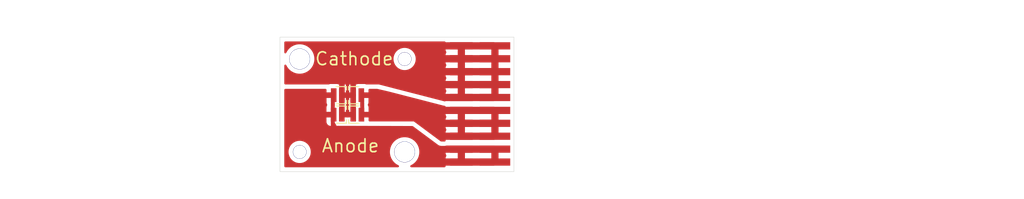
<source format=kicad_pcb>
(kicad_pcb (version 20241229) (generator "pcbnew") (generator_version "9.0")
  (layers (0 "F.Cu" signal) (2 "B.Cu" signal) (13 "F.Paste" user) (15 "B.Paste" user) (5 "F.SilkS" user "F.Silkscreen") (7 "B.SilkS" user "B.Silkscreen") (1 "F.Mask" user) (3 "B.Mask" user) (25 "Edge.Cuts" user))
  (net 0 "")
  (net 1 "Net-(D1-K)")
  (net 2 "Net-(D3-A)")
  (net 3 "Net-(D1-A)")
  (footprint "LaughingsSynthFootprints:0dot060_inch_mechanical_hole" (layer "F.Cu") (at 126.2888 104.267)
    (property "Reference" "H4" (hide yes))
    (property "Value" "MountingHole")
    (pad "" np_thru_hole circle (at 0 0) (size 1.5748 1.5748) (drill 1.524) (layers "*.Cu" "*.Mask"))
  )
  (footprint "LED_SMD:LED_Cree-XQ" (layer "F.Cu") (at 130.7186 97.6757 180)
    (property "Reference" "D3" (hide yes))
    (property "Value" "LED")
    (fp_line (start 0.2 1) (end -1 1) (stroke (width 0.12)) (layer "F.SilkS"))
    (fp_line (start 0.2 -1) (end -1 -1) (stroke (width 0.12)) (layer "F.SilkS"))
    (fp_line (start -1 1) (end -1 0.6) (stroke (width 0.12)) (layer "F.SilkS"))
    (fp_line (start -1 -1) (end -1 -0.6) (stroke (width 0.12)) (layer "F.SilkS"))
    (pad "1" smd rect (at -0.475 0 180) (size 0.65 1.6) (layers "F.Cu" "F.Mask" "F.Paste") (net 1 "Net-(D1-K)"))
    (pad "2" smd rect (at 0.475 0 180) (size 0.65 1.6) (layers "F.Cu" "F.Mask" "F.Paste") (net 2 "Net-(D3-A)"))
  )
  (footprint "LaughingsSynthFootprints:0dot093_inch_mechanical_hole" (layer "F.Cu") (at 126.2888 93.472)
    (property "Reference" "H1" (hide yes))
    (property "Value" "MountingHole" (hide yes))
    (pad "" np_thru_hole circle (at 0 0) (size 2.413 2.413) (drill 2.3622) (layers "*.Cu" "*.Mask"))
  )
  (footprint "LED_SMD:LED_Cree-XQ" (layer "F.Cu") (at 132.9868 99.9363)
    (property "Reference" "D1" (hide yes))
    (property "Value" "LED")
    (fp_line (start -1 -1) (end -1 -0.6) (stroke (width 0.12)) (layer "F.SilkS"))
    (fp_line (start -1 1) (end -1 0.6) (stroke (width 0.12)) (layer "F.SilkS"))
    (fp_line (start 0.2 -1) (end -1 -1) (stroke (width 0.12)) (layer "F.SilkS"))
    (fp_line (start 0.2 1) (end -1 1) (stroke (width 0.12)) (layer "F.SilkS"))
    (pad "1" smd rect (at -0.475 0) (size 0.65 1.6) (layers "F.Cu" "F.Mask" "F.Paste") (net 1 "Net-(D1-K)"))
    (pad "2" smd rect (at 0.475 0) (size 0.65 1.6) (layers "F.Cu" "F.Mask" "F.Paste") (net 3 "Net-(D1-A)"))
  )
  (footprint "LaughingsSynthFootprints:0dot060_inch_mechanical_hole" (layer "F.Cu") (at 138.4808 93.472)
    (property "Reference" "H3" (hide yes))
    (property "Value" "MountingHole")
    (pad "" np_thru_hole circle (at 0 0) (size 1.5748 1.5748) (drill 1.524) (layers "*.Cu" "*.Mask"))
  )
  (footprint "LaughingsSynthFootprints:0dot093_inch_mechanical_hole" (layer "F.Cu") (at 138.4808 104.267)
    (property "Reference" "H2" (hide yes))
    (property "Value" "MountingHole")
    (pad "" np_thru_hole circle (at 0 0) (size 2.413 2.413) (drill 2.3622) (layers "*.Cu" "*.Mask"))
  )
  (footprint "LED_SMD:LED_Cree-XQ" (layer "F.Cu") (at 130.711 99.9363 180)
    (property "Reference" "D4" (hide yes))
    (property "Value" "LED")
    (fp_line (start 0.2 1) (end -1 1) (stroke (width 0.12)) (layer "F.SilkS"))
    (fp_line (start 0.2 -1) (end -1 -1) (stroke (width 0.12)) (layer "F.SilkS"))
    (fp_line (start -1 1) (end -1 0.6) (stroke (width 0.12)) (layer "F.SilkS"))
    (fp_line (start -1 -1) (end -1 -0.6) (stroke (width 0.12)) (layer "F.SilkS"))
    (pad "1" smd rect (at -0.475 0 180) (size 0.65 1.6) (layers "F.Cu" "F.Mask" "F.Paste") (net 1 "Net-(D1-K)"))
    (pad "2" smd rect (at 0.475 0 180) (size 0.65 1.6) (layers "F.Cu" "F.Mask" "F.Paste") (net 2 "Net-(D3-A)"))
  )
  (footprint "LaughingsSynthFootprints:CONN_874380231-SD_10_MOL" (layer "F.Cu") (at 149.116199 98.693801 90)
    (property "Reference" "J1" (hide yes))
    (property "Value" "874381043")
    (pad "1_1" smd rect (at -6.749999 -4.045199 90) (size 0.8382 2.6416) (layers "F.Cu" "F.Mask" "F.Paste") (net 2 "Net-(D3-A)"))
    (pad "1_2" smd rect (at -6.749999 -0.145199 90) (size 0.8382 3.556) (layers "F.Cu" "F.Mask" "F.Paste") (net 2 "Net-(D3-A)"))
    (pad "2_1" smd rect (at -5.25 -4.045199 90) (size 0.8382 2.6416) (layers "F.Cu" "F.Mask" "F.Paste") (net 2 "Net-(D3-A)"))
    (pad "2_2" smd rect (at -5.25 -0.145199 90) (size 0.8382 3.556) (layers "F.Cu" "F.Mask" "F.Paste") (net 2 "Net-(D3-A)"))
    (pad "3_1" smd rect (at -3.75 -4.045199 90) (size 0.8382 2.6416) (layers "F.Cu" "F.Mask" "F.Paste") (net 3 "Net-(D1-A)"))
    (pad "3_2" smd rect (at -3.75 -0.145199 90) (size 0.8382 3.556) (layers "F.Cu" "F.Mask" "F.Paste") (net 3 "Net-(D1-A)"))
    (pad "4_1" smd rect (at -2.250001 -4.045199 90) (size 0.8382 2.6416) (layers "F.Cu" "F.Mask" "F.Paste") (net 3 "Net-(D1-A)"))
    (pad "4_2" smd rect (at -2.250001 -0.145199 90) (size 0.8382 3.556) (layers "F.Cu" "F.Mask" "F.Paste") (net 3 "Net-(D1-A)"))
    (pad "5_1" smd rect (at -0.750001 -4.045199 90) (size 0.8382 2.6416) (layers "F.Cu" "F.Mask" "F.Paste") (net 3 "Net-(D1-A)"))
    (pad "5_2" smd rect (at -0.750001 -0.145199 90) (size 0.8382 3.556) (layers "F.Cu" "F.Mask" "F.Paste") (net 3 "Net-(D1-A)"))
    (pad "6_1" smd rect (at 0.749998 -4.045199 90) (size 0.8382 2.6416) (layers "F.Cu" "F.Mask" "F.Paste") (net 1 "Net-(D1-K)"))
    (pad "6_2" smd rect (at 0.749998 -0.145199 90) (size 0.8382 3.556) (layers "F.Cu" "F.Mask" "F.Paste") (net 1 "Net-(D1-K)"))
    (pad "7_1" smd rect (at 2.250001 -4.045199 90) (size 0.8382 2.6416) (layers "F.Cu" "F.Mask" "F.Paste") (net 1 "Net-(D1-K)"))
    (pad "7_2" smd rect (at 2.250001 -0.145199 90) (size 0.8382 3.556) (layers "F.Cu" "F.Mask" "F.Paste") (net 1 "Net-(D1-K)"))
    (pad "8_1" smd rect (at 3.75 -4.045199 90) (size 0.8382 2.6416) (layers "F.Cu" "F.Mask" "F.Paste") (net 1 "Net-(D1-K)"))
    (pad "8_2" smd rect (at 3.75 -0.145199 90) (size 0.8382 3.556) (layers "F.Cu" "F.Mask" "F.Paste") (net 1 "Net-(D1-K)"))
    (pad "9_1" smd rect (at 5.25 -4.045199 90) (size 0.8382 2.6416) (layers "F.Cu" "F.Mask" "F.Paste") (net 1 "Net-(D1-K)"))
    (pad "9_2" smd rect (at 5.25 -0.145199 90) (size 0.8382 3.556) (layers "F.Cu" "F.Mask" "F.Paste") (net 1 "Net-(D1-K)"))
    (pad "10_1" smd rect (at 6.749999 -4.045199 90) (size 0.8382 2.6416) (layers "F.Cu" "F.Mask" "F.Paste") (net 1 "Net-(D1-K)"))
    (pad "10_2" smd rect (at 6.749999 -0.145199 90) (size 0.8382 3.556) (layers "F.Cu" "F.Mask" "F.Paste") (net 1 "Net-(D1-K)"))
  )
  (footprint "LED_SMD:LED_Cree-XQ" (layer "F.Cu") (at 132.9766 97.6757)
    (property "Reference" "D2" (hide yes))
    (property "Value" "LED")
    (fp_line (start -1 -1) (end -1 -0.6) (stroke (width 0.12)) (layer "F.SilkS"))
    (fp_line (start -1 1) (end -1 0.6) (stroke (width 0.12)) (layer "F.SilkS"))
    (fp_line (start 0.2 -1) (end -1 -1) (stroke (width 0.12)) (layer "F.SilkS"))
    (fp_line (start 0.2 1) (end -1 1) (stroke (width 0.12)) (layer "F.SilkS"))
    (pad "1" smd rect (at -0.475 0) (size 0.65 1.6) (layers "F.Cu" "F.Mask" "F.Paste") (net 1 "Net-(D1-K)"))
    (pad "2" smd rect (at 0.475 0) (size 0.65 1.6) (layers "F.Cu" "F.Mask" "F.Paste") (net 3 "Net-(D1-A)"))
  )
  (gr_rect (start 124.0028 90.932) (end 151.1808 106.553) (stroke (width 0.05)) (fill no) (layer "Edge.Cuts"))
  (gr_text "Anode" (at 128.7526 104.4321 0) (layer "F.SilkS") (effects (font (size 1.5 1.5) (thickness 0.1875)) (justify left bottom)))
  (gr_text "Cathode" (at 127.9652 94.3229 0) (layer "F.SilkS") (effects (font (size 1.5 1.5) (thickness 0.1875)) (justify left bottom)))
  (segment (start 131.1936 99.9287) (end 131.186 99.9363) (width 0.635) (layer "F.Cu") (net 1))
  (segment (start 132.5016 97.6757) (end 132.5016 99.9261) (width 0.635) (layer "F.Cu") (net 1))
  (segment (start 131.1936 97.6757) (end 131.1936 96.0273) (width 0.635) (layer "F.Cu") (net 1))
  (segment (start 131.8514 99.9363) (end 131.8514 97.6757) (width 0.381) (layer "F.Cu") (net 1))
  (segment (start 132.5016 97.6757) (end 132.5016 96.0603) (width 0.635) (layer "F.Cu") (net 1))
  (segment (start 131.1936 97.6757) (end 131.8514 97.6757) (width 0.635) (layer "F.Cu") (net 1))
  (segment (start 131.186 99.9363) (end 131.8514 99.9363) (width 0.635) (layer "F.Cu") (net 1))
  (segment (start 132.5016 96.0603) (end 132.5118 96.0501) (width 0.635) (layer "F.Cu") (net 1))
  (segment (start 131.8514 97.6757) (end 131.8514 95.9739) (width 0.381) (layer "F.Cu") (net 1))
  (segment (start 131.1936 96.0273) (end 131.191 96.0247) (width 0.635) (layer "F.Cu") (net 1))
  (segment (start 131.1936 97.6757) (end 131.1936 99.9287) (width 0.635) (layer "F.Cu") (net 1))
  (segment (start 131.8514 97.6757) (end 132.5016 97.6757) (width 0.635) (layer "F.Cu") (net 1))
  (segment (start 131.8514 99.9363) (end 132.5118 99.9363) (width 0.635) (layer "F.Cu") (net 1))
  (segment (start 132.5016 99.9261) (end 132.5118 99.9363) (width 0.635) (layer "F.Cu") (net 1))
  (zone (net 2) (net_name "Net-(D3-A)") (layer "F.Cu") (connect_pads (clearance 0.5)) (min_thickness 0.25) (fill yes (thermal_gap 0.508) (thermal_bridge_width 1.27))
    (polygon (pts (xy 151.13 103.3145) (xy 151.13 106.4641) (xy 124.1044 106.4641) (xy 124.1044 96.7867) (xy 130.556 96.7867) (xy 130.556 101.2317) (xy 139.4968 101.2571) (xy 142.24 103.3399)))
  )
  (zone (net 3) (net_name "Net-(D1-A)") (layer "F.Cu") (priority 1) (connect_pads (clearance 0.5)) (min_thickness 0.2286) (fill yes (thermal_gap 0.508) (thermal_bridge_width 2.286))
    (polygon (pts (xy 151.13 103.0605) (xy 151.13 98.8187) (xy 143.3322 98.8187) (xy 134.2136 96.6851) (xy 133.1214 96.8629) (xy 133.1214 100.7237) (xy 139.5476 100.7237) (xy 142.6972 103.0605) (xy 143.7894 103.0605)))
  )
  (zone (net 1) (net_name "Net-(D1-K)") (layer "F.Cu") (priority 2) (connect_pads (clearance 0.5)) (min_thickness 0.25) (fill yes (thermal_gap 0.508) (thermal_bridge_width 1.27))
    (polygon (pts (xy 151.13 98.5647) (xy 151.13 91.0971) (xy 124.1044 91.0971) (xy 124.1044 96.4311) (xy 135.4836 96.4311) (xy 143.764 98.5647)))
  )
)
</source>
